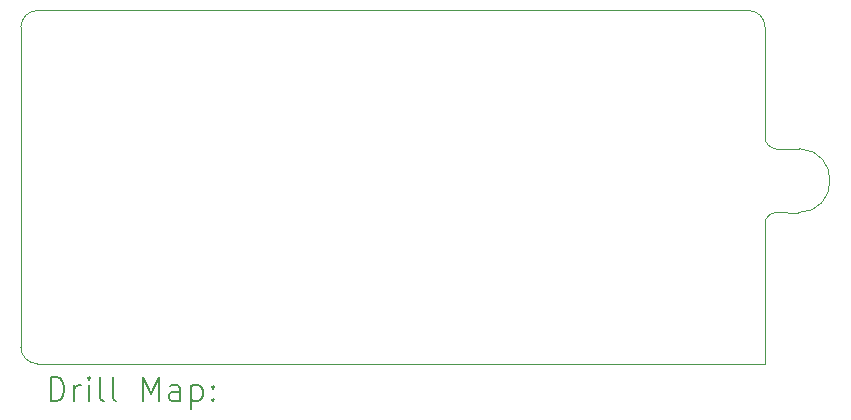
<source format=gbr>
%FSLAX45Y45*%
G04 Gerber Fmt 4.5, Leading zero omitted, Abs format (unit mm)*
G04 Created by KiCad (PCBNEW (6.0.1)) date 2023-03-06 20:27:35*
%MOMM*%
%LPD*%
G01*
G04 APERTURE LIST*
%TA.AperFunction,Profile*%
%ADD10C,0.100000*%
%TD*%
%ADD11C,0.200000*%
G04 APERTURE END LIST*
D10*
X4520000Y-8390000D02*
X10540332Y-8389668D01*
X4520000Y-8390000D02*
G75*
G03*
X4380000Y-8530000I332J-140332D01*
G01*
X10680332Y-8529668D02*
X10680000Y-9462218D01*
X10680000Y-9462218D02*
G75*
G03*
X10770000Y-9560000I98118J0D01*
G01*
X10680332Y-8529668D02*
G75*
G03*
X10540332Y-8389668I-140332J-332D01*
G01*
X10777782Y-10100000D02*
G75*
G03*
X10680000Y-10190000I0J-98118D01*
G01*
X4379668Y-11240332D02*
G75*
G03*
X4519668Y-11380332I140798J798D01*
G01*
X4380000Y-8530000D02*
X4379668Y-11240332D01*
X4519668Y-11380332D02*
X10680000Y-11380000D01*
X10770000Y-9560000D02*
X10970000Y-9560000D01*
X10680000Y-10190000D02*
X10680000Y-11380000D01*
X10960000Y-10100740D02*
G75*
G03*
X10970000Y-9560000I0J270462D01*
G01*
X10777782Y-10100000D02*
X10960000Y-10100740D01*
D11*
X4632287Y-11695808D02*
X4632287Y-11495808D01*
X4679906Y-11495808D01*
X4708478Y-11505332D01*
X4727525Y-11524380D01*
X4737049Y-11543427D01*
X4746573Y-11581522D01*
X4746573Y-11610094D01*
X4737049Y-11648189D01*
X4727525Y-11667237D01*
X4708478Y-11686284D01*
X4679906Y-11695808D01*
X4632287Y-11695808D01*
X4832287Y-11695808D02*
X4832287Y-11562475D01*
X4832287Y-11600570D02*
X4841811Y-11581522D01*
X4851335Y-11571999D01*
X4870382Y-11562475D01*
X4889430Y-11562475D01*
X4956097Y-11695808D02*
X4956097Y-11562475D01*
X4956097Y-11495808D02*
X4946573Y-11505332D01*
X4956097Y-11514856D01*
X4965620Y-11505332D01*
X4956097Y-11495808D01*
X4956097Y-11514856D01*
X5079906Y-11695808D02*
X5060858Y-11686284D01*
X5051335Y-11667237D01*
X5051335Y-11495808D01*
X5184668Y-11695808D02*
X5165620Y-11686284D01*
X5156097Y-11667237D01*
X5156097Y-11495808D01*
X5413239Y-11695808D02*
X5413239Y-11495808D01*
X5479906Y-11638665D01*
X5546573Y-11495808D01*
X5546573Y-11695808D01*
X5727525Y-11695808D02*
X5727525Y-11591046D01*
X5718001Y-11571999D01*
X5698954Y-11562475D01*
X5660858Y-11562475D01*
X5641811Y-11571999D01*
X5727525Y-11686284D02*
X5708477Y-11695808D01*
X5660858Y-11695808D01*
X5641811Y-11686284D01*
X5632287Y-11667237D01*
X5632287Y-11648189D01*
X5641811Y-11629141D01*
X5660858Y-11619618D01*
X5708477Y-11619618D01*
X5727525Y-11610094D01*
X5822763Y-11562475D02*
X5822763Y-11762475D01*
X5822763Y-11571999D02*
X5841811Y-11562475D01*
X5879906Y-11562475D01*
X5898954Y-11571999D01*
X5908477Y-11581522D01*
X5918001Y-11600570D01*
X5918001Y-11657713D01*
X5908477Y-11676760D01*
X5898954Y-11686284D01*
X5879906Y-11695808D01*
X5841811Y-11695808D01*
X5822763Y-11686284D01*
X6003716Y-11676760D02*
X6013239Y-11686284D01*
X6003716Y-11695808D01*
X5994192Y-11686284D01*
X6003716Y-11676760D01*
X6003716Y-11695808D01*
X6003716Y-11571999D02*
X6013239Y-11581522D01*
X6003716Y-11591046D01*
X5994192Y-11581522D01*
X6003716Y-11571999D01*
X6003716Y-11591046D01*
M02*

</source>
